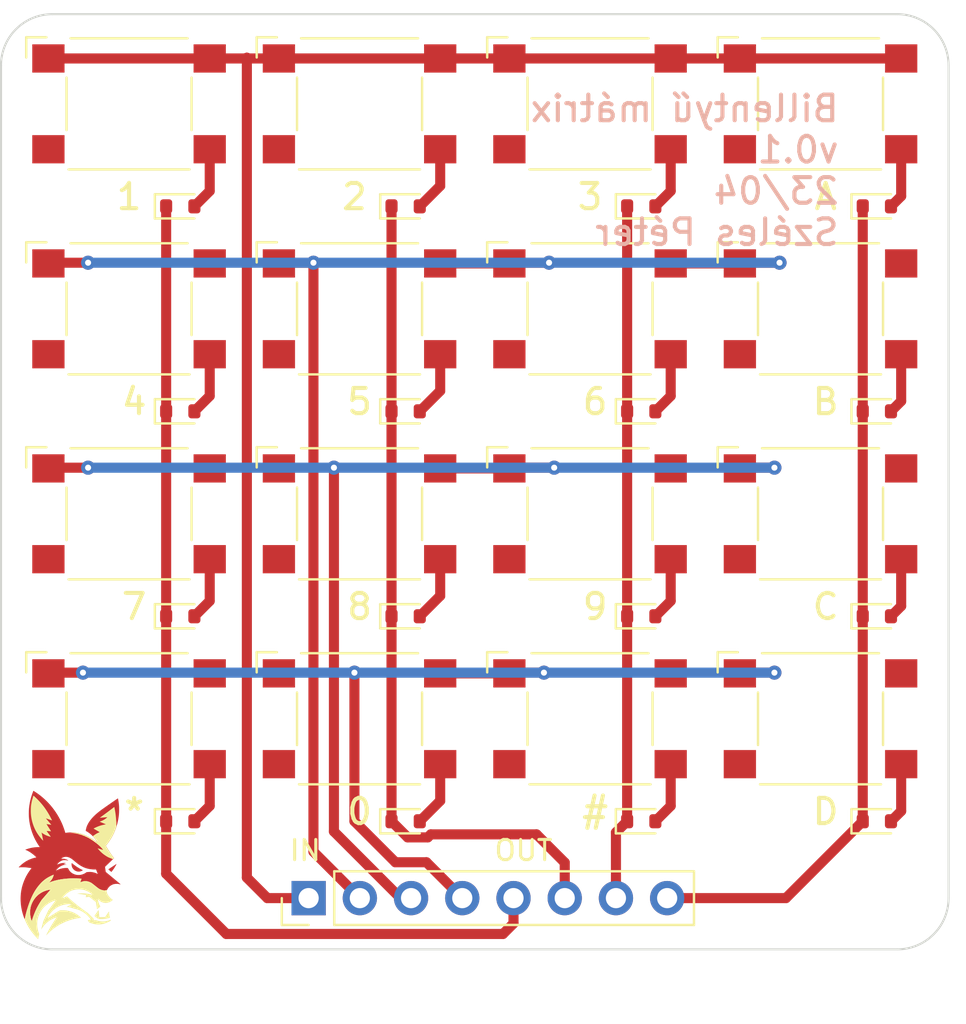
<source format=kicad_pcb>
(kicad_pcb (version 20221018) (generator pcbnew)
  (layers (0 "F.Cu" signal) (31 "B.Cu" signal) (34 "B.Paste" user) (35 "F.Paste" user) (36 "B.SilkS" user "B.Silkscreen") (37 "F.SilkS" user "F.Silkscreen") (38 "B.Mask" user) (39 "F.Mask" user) (44 "Edge.Cuts" user))
  (net 0 "")
  (net 1 "OUT_1")
  (net 2 "Net-(D1-A)")
  (net 3 "OUT_2")
  (net 4 "Net-(D2-A)")
  (net 5 "OUT_3")
  (net 6 "Net-(D3-A)")
  (net 7 "OUT_4")
  (net 8 "Net-(D4-A)")
  (net 9 "Net-(D5-A)")
  (net 10 "Net-(D6-A)")
  (net 11 "Net-(D7-A)")
  (net 12 "Net-(D8-A)")
  (net 13 "Net-(D9-A)")
  (net 14 "Net-(D10-A)")
  (net 15 "Net-(D11-A)")
  (net 16 "Net-(D12-A)")
  (net 17 "Net-(D13-A)")
  (net 18 "Net-(D14-A)")
  (net 19 "Net-(D15-A)")
  (net 20 "Net-(D16-A)")
  (net 21 "IN_A")
  (net 22 "IN_B")
  (net 23 "IN_C")
  (net 24 "IN_D")
  (footprint "Diode_SMD:D_SOD-523" (layer "F.Cu") (at 89.916 86.36)
    (fp_text reference "D14")
    (fp_text value "1N4148WT")
  )
  (footprint "LOGO" (layer "F.Cu") (at 73.416754 89.154)
    (fp_text reference "G***" hide)
    (fp_text value "LOGO" hide)
  )
  (footprint "LOGO" (layer "F.Cu") (at 73.416754 89.154)
    (fp_text reference "G***" hide)
    (fp_text value "LOGO" hide)
  )
  (footprint "Diode_SMD:D_SOD-523" (layer "F.Cu") (at 113.284 86.36)
    (fp_text reference "D16")
    (fp_text value "1N4148WT")
  )
  (footprint "Diode_SMD:D_SOD-523" (layer "F.Cu") (at 78.74 66.04)
    (fp_text reference "D5")
    (fp_text value "1N4148WT")
  )
  (footprint "Diode_SMD:D_SOD-523" (layer "F.Cu") (at 113.284 66.04)
    (fp_text reference "D8")
    (fp_text value "1N4148WT")
  )
  (footprint "LOGO" (layer "F.Cu") (at 73.419335 89.154)
    (fp_text reference "G***" hide)
    (fp_text value "LOGO" hide)
  )
  (footprint "Diode_SMD:D_SOD-523" (layer "F.Cu") (at 113.284 76.2)
    (fp_text reference "D12")
    (fp_text value "1N4148WT")
  )
  (footprint "Button_Switch_SMD:SW_SPST_Omron_B3FS-100xP" (layer "F.Cu") (at 87.63 71.12)
    (fp_text reference "SW10")
    (fp_text value "SW_Omron_B3FS")
  )
  (footprint "Diode_SMD:D_SOD-523" (layer "F.Cu") (at 89.916 76.2)
    (fp_text reference "D10")
    (fp_text value "1N4148WT")
  )
  (footprint "Diode_SMD:D_SOD-523" (layer "F.Cu") (at 101.6 66.04)
    (fp_text reference "D7")
    (fp_text value "1N4148WT")
  )
  (footprint "Button_Switch_SMD:SW_SPST_Omron_B3FS-100xP" (layer "F.Cu") (at 99.06 50.8)
    (fp_text reference "SW3")
    (fp_text value "SW_Omron_B3FS")
  )
  (footprint "Button_Switch_SMD:SW_SPST_Omron_B3FS-100xP" (layer "F.Cu") (at 110.49 60.96)
    (fp_text reference "SW8")
    (fp_text value "SW_Omron_B3FS")
  )
  (footprint "Button_Switch_SMD:SW_SPST_Omron_B3FS-100xP" (layer "F.Cu") (at 99.06 81.28)
    (fp_text reference "SW15")
    (fp_text value "SW_Omron_B3FS")
  )
  (footprint "Button_Switch_SMD:SW_SPST_Omron_B3FS-100xP" (layer "F.Cu") (at 87.63 81.28)
    (fp_text reference "SW14")
    (fp_text value "SW_Omron_B3FS")
  )
  (footprint "Button_Switch_SMD:SW_SPST_Omron_B3FS-100xP" (layer "F.Cu") (at 76.2 71.12)
    (fp_text reference "SW9")
    (fp_text value "SW_Omron_B3FS")
  )
  (footprint "Diode_SMD:D_SOD-523" (layer "F.Cu") (at 101.6 76.2)
    (fp_text reference "D11")
    (fp_text value "1N4148WT")
  )
  (footprint "Button_Switch_SMD:SW_SPST_Omron_B3FS-100xP" (layer "F.Cu") (at 110.49 50.8)
    (fp_text reference "SW4")
    (fp_text value "SW_Omron_B3FS")
  )
  (footprint "Button_Switch_SMD:SW_SPST_Omron_B3FS-100xP" (layer "F.Cu") (at 99.06 71.12)
    (fp_text reference "SW11")
    (fp_text value "SW_Omron_B3FS")
  )
  (footprint "Diode_SMD:D_SOD-523" (layer "F.Cu") (at 89.916 66.04)
    (fp_text reference "D6")
    (fp_text value "1N4148WT")
  )
  (footprint "Button_Switch_SMD:SW_SPST_Omron_B3FS-100xP" (layer "F.Cu") (at 99.06 60.96)
    (fp_text reference "SW7")
    (fp_text value "SW_Omron_B3FS")
  )
  (footprint "Diode_SMD:D_SOD-523" (layer "F.Cu") (at 78.74 86.36)
    (fp_text reference "D13")
    (fp_text value "1N4148WT")
  )
  (footprint "Button_Switch_SMD:SW_SPST_Omron_B3FS-100xP" (layer "F.Cu") (at 76.2 60.96)
    (fp_text reference "SW5")
    (fp_text value "SW_Omron_B3FS")
  )
  (footprint "Diode_SMD:D_SOD-523" (layer "F.Cu") (at 89.916 55.88)
    (fp_text reference "D2")
    (fp_text value "1N4148WT")
  )
  (footprint "Diode_SMD:D_SOD-523" (layer "F.Cu") (at 78.74 76.2)
    (fp_text reference "D9")
    (fp_text value "1N4148WT")
  )
  (footprint "Button_Switch_SMD:SW_SPST_Omron_B3FS-100xP" (layer "F.Cu") (at 76.2 50.8)
    (fp_text reference "SW1")
    (fp_text value "SW_Omron_B3FS")
  )
  (footprint "Diode_SMD:D_SOD-523" (layer "F.Cu") (at 113.284 55.88)
    (fp_text reference "D4")
    (fp_text value "1N4148WT")
  )
  (footprint "Diode_SMD:D_SOD-523" (layer "F.Cu") (at 78.74 55.88)
    (fp_text reference "D1")
    (fp_text value "1N4148WT")
  )
  (footprint "Button_Switch_SMD:SW_SPST_Omron_B3FS-100xP" (layer "F.Cu") (at 87.63 60.96)
    (fp_text reference "SW6")
    (fp_text value "SW_Omron_B3FS")
  )
  (footprint "Button_Switch_SMD:SW_SPST_Omron_B3FS-100xP" (layer "F.Cu") (at 87.63 50.8)
    (fp_text reference "SW2")
    (fp_text value "SW_Omron_B3FS")
  )
  (footprint "Diode_SMD:D_SOD-523" (layer "F.Cu") (at 101.6 86.36)
    (fp_text reference "D15")
    (fp_text value "1N4148WT")
  )
  (footprint "Connector_PinHeader_2.54mm:PinHeader_1x08_P2.54mm_Vertical" (layer "F.Cu") (at 85.105 90.17 90)
    (fp_text reference "J1")
    (fp_text value "Conn_01x08_Pin")
  )
  (footprint "Button_Switch_SMD:SW_SPST_Omron_B3FS-100xP" (layer "F.Cu") (at 110.49 71.12)
    (fp_text reference "SW12")
    (fp_text value "SW_Omron_B3FS")
  )
  (footprint "Diode_SMD:D_SOD-523" (layer "F.Cu") (at 101.6 55.88)
    (fp_text reference "D3")
    (fp_text value "1N4148WT")
  )
  (footprint "Button_Switch_SMD:SW_SPST_Omron_B3FS-100xP" (layer "F.Cu") (at 110.49 81.28)
    (fp_text reference "SW16")
    (fp_text value "SW_Omron_B3FS")
  )
  (footprint "Button_Switch_SMD:SW_SPST_Omron_B3FS-100xP" (layer "F.Cu") (at 76.2 81.28)
    (fp_text reference "SW13")
    (fp_text value "SW_Omron_B3FS")
  )
  (gr_arc (start 114.3 46.355) (mid 116.096051 47.098949) (end 116.84 48.895) (stroke (width 0.1)) (layer "Edge.Cuts"))
  (gr_line (start 72.39 92.71) (end 114.3 92.71) (stroke (width 0.1)) (layer "Edge.Cuts"))
  (gr_line (start 114.3 46.355) (end 72.39 46.355) (stroke (width 0.1)) (layer "Edge.Cuts"))
  (gr_arc (start 116.84 90.17) (mid 116.096051 91.966051) (end 114.3 92.71) (stroke (width 0.1)) (layer "Edge.Cuts"))
  (gr_arc (start 69.85 48.895) (mid 70.593949 47.098949) (end 72.39 46.355) (stroke (width 0.1)) (layer "Edge.Cuts"))
  (gr_line (start 116.84 48.895) (end 116.84 90.17) (stroke (width 0.1)) (layer "Edge.Cuts"))
  (gr_line (start 69.85 48.895) (end 69.85 90.17) (stroke (width 0.1)) (layer "Edge.Cuts"))
  (gr_arc (start 72.39 92.71) (mid 70.593949 91.966051) (end 69.85 90.17) (stroke (width 0.1)) (layer "Edge.Cuts"))
  (gr_text "Billentyű mátrix\nv0.1\n23/04\nSzéles Péter" (at 111.506 57.912) (layer "B.SilkS") (effects (font (size 1.27 1.27) (thickness 0.2032)) (justify left bottom mirror)))
  (gr_text "5" (at 87.63 66.294) (layer "F.SilkS") (effects (font (size 1.25 1.25) (thickness 0.2) bold) (justify bottom)))
  (gr_text "2" (at 87.376 56.134) (layer "F.SilkS") (effects (font (size 1.25 1.25) (thickness 0.2) bold) (justify bottom)))
  (gr_text "1" (at 76.2 56.134) (layer "F.SilkS") (effects (font (size 1.25 1.25) (thickness 0.2) bold) (justify bottom)))
  (gr_text "D" (at 110.744 86.614) (layer "F.SilkS") (effects (font (size 1.25 1.25) (thickness 0.2) bold) (justify bottom)))
  (gr_text "0" (at 87.63 86.614) (layer "F.SilkS") (effects (font (size 1.25 1.25) (thickness 0.2) bold) (justify bottom)))
  (gr_text "8" (at 87.63 76.454) (layer "F.SilkS") (effects (font (size 1.25 1.25) (thickness 0.2) bold) (justify bottom)))
  (gr_text "*" (at 76.454 86.614) (layer "F.SilkS") (effects (font (size 1.25 1.25) (thickness 0.2) bold) (justify bottom)))
  (gr_text "A" (at 110.744 56.134) (layer "F.SilkS") (effects (font (size 1.25 1.25) (thickness 0.2) bold) (justify bottom)))
  (gr_text "4" (at 76.454 66.294) (layer "F.SilkS") (effects (font (size 1.25 1.25) (thickness 0.2) bold) (justify bottom)))
  (gr_text "9" (at 99.314 76.454) (layer "F.SilkS") (effects (font (size 1.25 1.25) (thickness 0.2) bold) (justify bottom)))
  (gr_text "C" (at 110.744 76.454) (layer "F.SilkS") (effects (font (size 1.25 1.25) (thickness 0.2) bold) (justify bottom)))
  (gr_text "OUT\n" (at 94.234 88.392) (layer "F.SilkS") (effects (font (size 1 1)) (justify left bottom)))
  (gr_text "B" (at 110.744 66.294) (layer "F.SilkS") (effects (font (size 1.25 1.25) (thickness 0.2) bold) (justify bottom)))
  (gr_text "#" (at 99.314 86.614) (layer "F.SilkS") (effects (font (size 1.25 1.25) (thickness 0.2) bold) (justify bottom)))
  (gr_text "IN" (at 84.074 88.392) (layer "F.SilkS") (effects (font (size 1 1)) (justify left bottom)))
  (gr_text "7" (at 76.454 76.454) (layer "F.SilkS") (effects (font (size 1.25 1.25) (thickness 0.2) bold) (justify bottom)))
  (gr_text "3" (at 99.06 56.134) (layer "F.SilkS") (effects (font (size 1.25 1.25) (thickness 0.2) bold) (justify bottom)))
  (gr_text "6" (at 99.314 66.294) (layer "F.SilkS") (effects (font (size 1.25 1.25) (thickness 0.2) bold) (justify bottom)))
  (segment (start 78.04 88.962) (end 81.026 91.948) (width 0.5) (layer "F.Cu") (net 1))
  (segment (start 78.04 66.04) (end 78.04 55.88) (width 0.5) (layer "F.Cu") (net 1))
  (segment (start 78.04 86.36) (end 78.04 88.962) (width 0.5) (layer "F.Cu") (net 1))
  (segment (start 81.026 91.948) (end 94.742 91.948) (width 0.5) (layer "F.Cu") (net 1))
  (segment (start 78.04 76.2) (end 78.04 66.04) (width 0.5) (layer "F.Cu") (net 1))
  (segment (start 94.742 91.948) (end 95.265 91.425) (width 0.5) (layer "F.Cu") (net 1))
  (segment (start 78.04 86.36) (end 78.04 76.2) (width 0.5) (layer "F.Cu") (net 1))
  (segment (start 95.265 91.425) (end 95.265 90.17) (width 0.5) (layer "F.Cu") (net 1))
  (segment (start 80.2 53.05) (end 80.2 55.12) (width 0.5) (layer "F.Cu") (net 2))
  (segment (start 80.2 55.12) (end 79.44 55.88) (width 0.5) (layer "F.Cu") (net 2))
  (segment (start 90.016 87.16) (end 89.216 86.36) (width 0.5) (layer "F.Cu") (net 3))
  (segment (start 96.408 87.01) (end 91.164528 87.01) (width 0.5) (layer "F.Cu") (net 3))
  (segment (start 91.014528 87.16) (end 90.016 87.16) (width 0.5) (layer "F.Cu") (net 3))
  (segment (start 97.805 88.407) (end 96.408 87.01) (width 0.5) (layer "F.Cu") (net 3))
  (segment (start 89.216 55.88) (end 89.216 66.04) (width 0.5) (layer "F.Cu") (net 3))
  (segment (start 89.216 66.04) (end 89.216 76.2) (width 0.5) (layer "F.Cu") (net 3))
  (segment (start 97.805 90.17) (end 97.805 88.407) (width 0.5) (layer "F.Cu") (net 3))
  (segment (start 89.216 76.2) (end 89.216 86.36) (width 0.5) (layer "F.Cu") (net 3))
  (segment (start 91.164528 87.01) (end 91.014528 87.16) (width 0.5) (layer "F.Cu") (net 3))
  (segment (start 91.63 53.05) (end 91.63 54.866) (width 0.5) (layer "F.Cu") (net 4))
  (segment (start 91.63 54.866) (end 90.616 55.88) (width 0.5) (layer "F.Cu") (net 4))
  (segment (start 100.345 90.17) (end 100.345 86.915) (width 0.5) (layer "F.Cu") (net 5))
  (segment (start 100.9 86.36) (end 100.9 76.2) (width 0.5) (layer "F.Cu") (net 5))
  (segment (start 100.345 86.915) (end 100.9 86.36) (width 0.5) (layer "F.Cu") (net 5))
  (segment (start 100.9 66.04) (end 100.9 55.88) (width 0.5) (layer "F.Cu") (net 5))
  (segment (start 100.9 66.04) (end 100.9 76.2) (width 0.5) (layer "F.Cu") (net 5))
  (segment (start 103.06 55.12) (end 102.3 55.88) (width 0.5) (layer "F.Cu") (net 6))
  (segment (start 103.06 53.05) (end 103.06 55.12) (width 0.5) (layer "F.Cu") (net 6))
  (segment (start 112.584 66.04) (end 112.584 76.2) (width 0.5) (layer "F.Cu") (net 7))
  (segment (start 112.584 76.2) (end 112.584 86.36) (width 0.5) (layer "F.Cu") (net 7))
  (segment (start 112.584 86.36) (end 108.774 90.17) (width 0.5) (layer "F.Cu") (net 7))
  (segment (start 112.584 55.88) (end 112.584 66.04) (width 0.5) (layer "F.Cu") (net 7))
  (segment (start 108.774 90.17) (end 102.885 90.17) (width 0.5) (layer "F.Cu") (net 7))
  (segment (start 114.49 53.05) (end 114.49 55.374) (width 0.5) (layer "F.Cu") (net 8))
  (segment (start 114.49 55.374) (end 113.984 55.88) (width 0.5) (layer "F.Cu") (net 8))
  (segment (start 80.2 65.28) (end 79.44 66.04) (width 0.5) (layer "F.Cu") (net 9))
  (segment (start 80.2 63.21) (end 80.2 65.28) (width 0.5) (layer "F.Cu") (net 9))
  (segment (start 91.63 63.21) (end 91.63 65.026) (width 0.5) (layer "F.Cu") (net 10))
  (segment (start 91.63 65.026) (end 90.616 66.04) (width 0.5) (layer "F.Cu") (net 10))
  (segment (start 103.06 63.21) (end 103.06 65.28) (width 0.5) (layer "F.Cu") (net 11))
  (segment (start 103.06 65.28) (end 102.3 66.04) (width 0.5) (layer "F.Cu") (net 11))
  (segment (start 114.49 65.534) (end 113.984 66.04) (width 0.5) (layer "F.Cu") (net 12))
  (segment (start 114.49 63.5) (end 114.49 65.534) (width 0.5) (layer "F.Cu") (net 12))
  (segment (start 80.2 73.37) (end 80.2 75.44) (width 0.5) (layer "F.Cu") (net 13))
  (segment (start 80.2 75.44) (end 79.44 76.2) (width 0.5) (layer "F.Cu") (net 13))
  (segment (start 91.63 75.186) (end 90.616 76.2) (width 0.5) (layer "F.Cu") (net 14))
  (segment (start 91.63 73.37) (end 91.63 75.186) (width 0.5) (layer "F.Cu") (net 14))
  (segment (start 103.06 75.44) (end 102.3 76.2) (width 0.5) (layer "F.Cu") (net 15))
  (segment (start 103.06 73.37) (end 103.06 75.44) (width 0.5) (layer "F.Cu") (net 15))
  (segment (start 114.49 75.694) (end 113.984 76.2) (width 0.5) (layer "F.Cu") (net 16))
  (segment (start 114.49 73.37) (end 114.49 75.694) (width 0.5) (layer "F.Cu") (net 16))
  (segment (start 80.2 83.53) (end 80.2 85.6) (width 0.5) (layer "F.Cu") (net 17))
  (segment (start 80.2 85.6) (end 79.44 86.36) (width 0.5) (layer "F.Cu") (net 17))
  (segment (start 91.63 83.53) (end 91.63 85.346) (width 0.5) (layer "F.Cu") (net 18))
  (segment (start 91.63 85.346) (end 90.616 86.36) (width 0.5) (layer "F.Cu") (net 18))
  (segment (start 103.06 83.53) (end 103.06 85.6) (width 0.5) (layer "F.Cu") (net 19))
  (segment (start 103.06 85.6) (end 102.3 86.36) (width 0.5) (layer "F.Cu") (net 19))
  (segment (start 114.49 85.854) (end 113.984 86.36) (width 0.5) (layer "F.Cu") (net 20))
  (segment (start 114.49 83.53) (end 114.49 85.854) (width 0.5) (layer "F.Cu") (net 20))
  (segment (start 103.06 48.55) (end 106.49 48.55) (width 0.5) (layer "F.Cu") (net 21))
  (segment (start 82.042 48.514) (end 82.078 48.55) (width 0.5) (layer "F.Cu") (net 21))
  (segment (start 83.63 48.55) (end 91.63 48.55) (width 0.5) (layer "F.Cu") (net 21))
  (segment (start 80.2 48.55) (end 72.2 48.55) (width 0.5) (layer "F.Cu") (net 21))
  (segment (start 83.058 90.17) (end 82.042 89.154) (width 0.5) (layer "F.Cu") (net 21))
  (segment (start 82.078 48.55) (end 83.63 48.55) (width 0.5) (layer "F.Cu") (net 21))
  (segment (start 106.49 48.55) (end 114.49 48.55) (width 0.5) (layer "F.Cu") (net 21))
  (segment (start 80.2 48.55) (end 82.006 48.55) (width 0.5) (layer "F.Cu") (net 21))
  (segment (start 82.042 89.154) (end 82.042 48.514) (width 0.5) (layer "F.Cu") (net 21))
  (segment (start 95.06 48.55) (end 103.06 48.55) (width 0.5) (layer "F.Cu") (net 21))
  (segment (start 82.006 48.55) (end 82.042 48.514) (width 0.5) (layer "F.Cu") (net 21))
  (segment (start 85.105 90.17) (end 83.058 90.17) (width 0.5) (layer "F.Cu") (net 21))
  (segment (start 91.63 48.55) (end 95.06 48.55) (width 0.5) (layer "F.Cu") (net 21))
  (segment (start 85.344 58.674) (end 83.666 58.674) (width 0.5) (layer "F.Cu") (net 22))
  (segment (start 106.49 58.71) (end 103.06 58.71) (width 0.5) (layer "F.Cu") (net 22))
  (segment (start 74.168 58.674) (end 72.236 58.674) (width 0.5) (layer "F.Cu") (net 22))
  (segment (start 95.06 58.71) (end 91.63 58.71) (width 0.5) (layer "F.Cu") (net 22))
  (segment (start 85.344 87.869) (end 87.645 90.17) (width 0.5) (layer "F.Cu") (net 22))
  (segment (start 83.666 58.674) (end 83.63 58.71) (width 0.5) (layer "F.Cu") (net 22))
  (segment (start 97.028 58.674) (end 95.096 58.674) (width 0.5) (layer "F.Cu") (net 22))
  (segment (start 85.344 58.674) (end 85.344 87.869) (width 0.5) (layer "F.Cu") (net 22))
  (segment (start 106.526 58.674) (end 106.49 58.71) (width 0.5) (layer "F.Cu") (net 22))
  (segment (start 108.458 58.674) (end 106.526 58.674) (width 0.5) (layer "F.Cu") (net 22))
  (segment (start 72.236 58.674) (end 72.2 58.71) (width 0.5) (layer "F.Cu") (net 22))
  (segment (start 95.096 58.674) (end 95.06 58.71) (width 0.5) (layer "F.Cu") (net 22))
  (via (at 108.458 58.674) (size 0.7) (drill 0.3) (layers "F.Cu" "B.Cu") (net 22))
  (via (at 85.344 58.674) (size 0.7) (drill 0.3) (layers "F.Cu" "B.Cu") (net 22))
  (via (at 74.168 58.674) (size 0.7) (drill 0.3) (layers "F.Cu" "B.Cu") (net 22))
  (via (at 97.028 58.674) (size 0.7) (drill 0.3) (layers "F.Cu" "B.Cu") (net 22))
  (segment (start 97.028 58.674) (end 85.344 58.674) (width 0.5) (layer "B.Cu") (net 22))
  (segment (start 85.344 58.674) (end 74.168 58.674) (width 0.5) (layer "B.Cu") (net 22))
  (segment (start 108.458 58.674) (end 97.028 58.674) (width 0.5) (layer "B.Cu") (net 22))
  (segment (start 89.662 90.17) (end 86.36 86.868) (width 0.5) (layer "F.Cu") (net 23))
  (segment (start 74.168 68.834) (end 72.236 68.834) (width 0.5) (layer "F.Cu") (net 23))
  (segment (start 106.526 68.834) (end 106.49 68.87) (width 0.5) (layer "F.Cu") (net 23))
  (segment (start 72.236 68.834) (end 72.2 68.87) (width 0.5) (layer "F.Cu") (net 23))
  (segment (start 97.282 68.834) (end 95.096 68.834) (width 0.5) (layer "F.Cu") (net 23))
  (segment (start 90.185 90.17) (end 89.662 90.17) (width 0.5) (layer "F.Cu") (net 23))
  (segment (start 95.06 68.87) (end 91.63 68.87) (width 0.5) (layer "F.Cu") (net 23))
  (segment (start 108.204 68.834) (end 106.526 68.834) (width 0.5) (layer "F.Cu") (net 23))
  (segment (start 95.096 68.834) (end 95.06 68.87) (width 0.5) (layer "F.Cu") (net 23))
  (segment (start 86.36 86.868) (end 86.36 68.834) (width 0.5) (layer "F.Cu") (net 23))
  (via (at 108.204 68.834) (size 0.7) (drill 0.3) (layers "F.Cu" "B.Cu") (net 23))
  (via (at 74.168 68.834) (size 0.7) (drill 0.3) (layers "F.Cu" "B.Cu") (net 23))
  (via (at 86.36 68.834) (size 0.7) (drill 0.3) (layers "F.Cu" "B.Cu") (net 23))
  (via (at 97.282 68.834) (size 0.7) (drill 0.3) (layers "F.Cu" "B.Cu") (net 23))
  (segment (start 74.168 68.834) (end 86.36 68.834) (width 0.5) (layer "B.Cu") (net 23))
  (segment (start 97.282 68.834) (end 108.204 68.834) (width 0.5) (layer "B.Cu") (net 23))
  (segment (start 86.36 68.834) (end 97.282 68.834) (width 0.5) (layer "B.Cu") (net 23))
  (segment (start 108.204 78.994) (end 106.526 78.994) (width 0.5) (layer "F.Cu") (net 24))
  (segment (start 73.914 78.994) (end 72.236 78.994) (width 0.5) (layer "F.Cu") (net 24))
  (segment (start 87.376 78.994) (end 87.376 86.36) (width 0.5) (layer "F.Cu") (net 24))
  (segment (start 87.376 86.36) (end 89.408 88.392) (width 0.5) (layer "F.Cu") (net 24))
  (segment (start 96.774 78.994) (end 95.096 78.994) (width 0.5) (layer "F.Cu") (net 24))
  (segment (start 72.236 78.994) (end 72.2 79.03) (width 0.5) (layer "F.Cu") (net 24))
  (segment (start 90.947 88.392) (end 92.725 90.17) (width 0.5) (layer "F.Cu") (net 24))
  (segment (start 95.096 78.994) (end 95.06 79.03) (width 0.5) (layer "F.Cu") (net 24))
  (segment (start 106.526 78.994) (end 106.49 79.03) (width 0.5) (layer "F.Cu") (net 24))
  (segment (start 95.06 79.03) (end 91.63 79.03) (width 0.5) (layer "F.Cu") (net 24))
  (segment (start 89.408 88.392) (end 90.947 88.392) (width 0.5) (layer "F.Cu") (net 24))
  (via (at 108.204 78.994) (size 0.7) (drill 0.3) (layers "F.Cu" "B.Cu") (net 24))
  (via (at 87.376 78.994) (size 0.7) (drill 0.3) (layers "F.Cu" "B.Cu") (net 24))
  (via (at 96.774 78.994) (size 0.7) (drill 0.3) (layers "F.Cu" "B.Cu") (net 24))
  (via (at 73.914 78.994) (size 0.7) (drill 0.3) (layers "F.Cu" "B.Cu") (net 24))
  (segment (start 87.376 78.994) (end 73.914 78.994) (width 0.5) (layer "B.Cu") (net 24))
  (segment (start 108.204 78.994) (end 96.774 78.994) (width 0.5) (layer "B.Cu") (net 24))
  (segment (start 96.774 78.994) (end 87.376 78.994) (width 0.5) (layer "B.Cu") (net 24))
)
</source>
